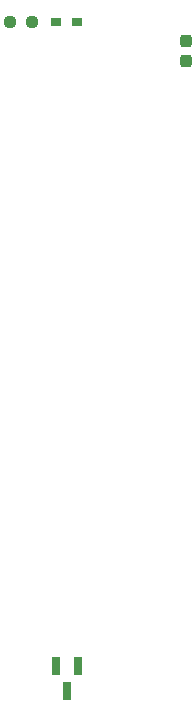
<source format=gbr>
G04 #@! TF.GenerationSoftware,KiCad,Pcbnew,8.0.4+dfsg-1*
G04 #@! TF.CreationDate,2024-12-10T10:20:40+09:00*
G04 #@! TF.ProjectId,bionic-mc68hc11a,62696f6e-6963-42d6-9d63-363868633131,4*
G04 #@! TF.SameCoordinates,Original*
G04 #@! TF.FileFunction,Paste,Top*
G04 #@! TF.FilePolarity,Positive*
%FSLAX46Y46*%
G04 Gerber Fmt 4.6, Leading zero omitted, Abs format (unit mm)*
G04 Created by KiCad (PCBNEW 8.0.4+dfsg-1) date 2024-12-10 10:20:40*
%MOMM*%
%LPD*%
G01*
G04 APERTURE LIST*
G04 Aperture macros list*
%AMRoundRect*
0 Rectangle with rounded corners*
0 $1 Rounding radius*
0 $2 $3 $4 $5 $6 $7 $8 $9 X,Y pos of 4 corners*
0 Add a 4 corners polygon primitive as box body*
4,1,4,$2,$3,$4,$5,$6,$7,$8,$9,$2,$3,0*
0 Add four circle primitives for the rounded corners*
1,1,$1+$1,$2,$3*
1,1,$1+$1,$4,$5*
1,1,$1+$1,$6,$7*
1,1,$1+$1,$8,$9*
0 Add four rect primitives between the rounded corners*
20,1,$1+$1,$2,$3,$4,$5,0*
20,1,$1+$1,$4,$5,$6,$7,0*
20,1,$1+$1,$6,$7,$8,$9,0*
20,1,$1+$1,$8,$9,$2,$3,0*%
G04 Aperture macros list end*
%ADD10R,0.965200X0.762000*%
%ADD11RoundRect,0.237500X0.250000X0.237500X-0.250000X0.237500X-0.250000X-0.237500X0.250000X-0.237500X0*%
%ADD12RoundRect,0.237500X0.237500X-0.300000X0.237500X0.300000X-0.237500X0.300000X-0.237500X-0.300000X0*%
%ADD13R,0.660400X1.625600*%
G04 APERTURE END LIST*
D10*
X112823700Y-71778000D03*
X114576300Y-71778000D03*
D11*
X110802500Y-71778000D03*
X108977500Y-71778000D03*
D12*
X123860000Y-75080000D03*
X123860000Y-73355000D03*
D13*
X114716000Y-126288000D03*
X112815998Y-126288000D03*
X113765999Y-128420000D03*
M02*

</source>
